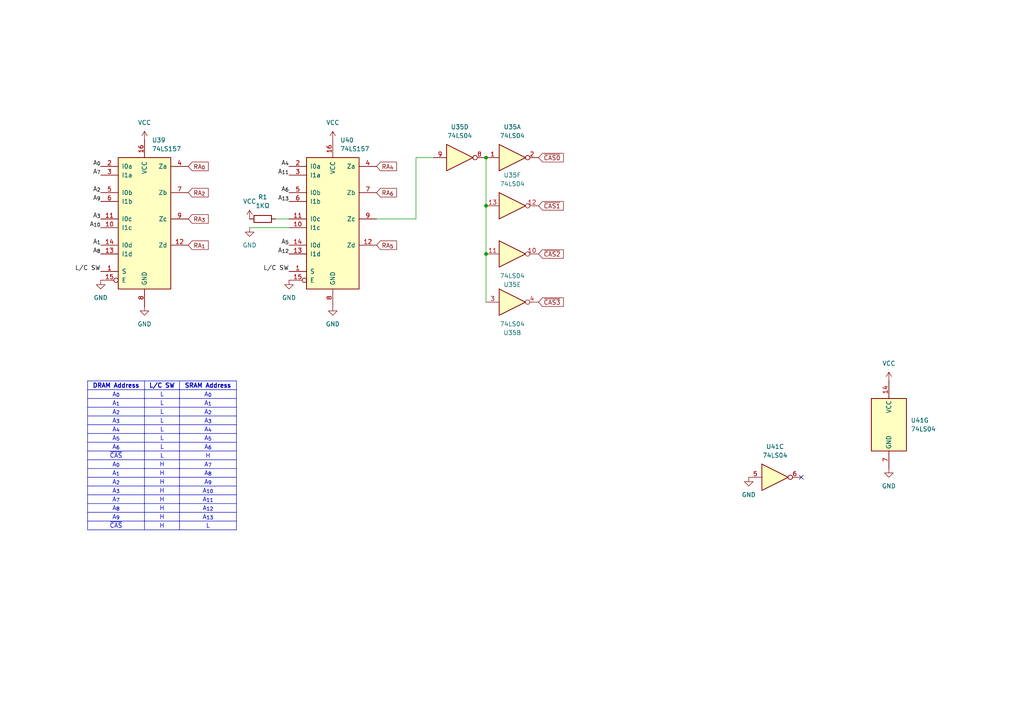
<source format=kicad_sch>
(kicad_sch (version 20250114) (generator "eeschema") (generator_version "9.0")
  (paper "A4")
  (title_block (title "Sharp MZ-80B RAM CAS Logic") (date "9/FEB/2026") (rev "A") (company "Brett Hallen") (comment 4 "Redrawn from Service Manual schematic"))
  (lib_symbols
    (symbol "74xx:74LS04"
      (property "Reference" "U" (at 0 1.27 0))
      (property "Value" "74LS04" (at 0 -1.27 0))
      (symbol "74LS04_1_0"
        (polyline (pts (xy -3.81 3.81) (xy -3.81 -3.81) (xy 3.81 0) (xy -3.81 3.81)) (stroke (width 0.254)) (fill (type background)))
        (pin input line (at -7.62 0 0) (length 3.81) (name "~") (number "1"))
        (pin output inverted (at 7.62 0 180) (length 3.81) (name "~") (number "2"))
      )
      (symbol "74LS04_2_0"
        (polyline (pts (xy -3.81 3.81) (xy -3.81 -3.81) (xy 3.81 0) (xy -3.81 3.81)) (stroke (width 0.254)) (fill (type background)))
        (pin input line (at -7.62 0 0) (length 3.81) (name "~") (number "3"))
        (pin output inverted (at 7.62 0 180) (length 3.81) (name "~") (number "4"))
      )
      (symbol "74LS04_3_0"
        (polyline (pts (xy -3.81 3.81) (xy -3.81 -3.81) (xy 3.81 0) (xy -3.81 3.81)) (stroke (width 0.254)) (fill (type background)))
        (pin input line (at -7.62 0 0) (length 3.81) (name "~") (number "5"))
        (pin output inverted (at 7.62 0 180) (length 3.81) (name "~") (number "6"))
      )
      (symbol "74LS04_4_0"
        (polyline (pts (xy -3.81 3.81) (xy -3.81 -3.81) (xy 3.81 0) (xy -3.81 3.81)) (stroke (width 0.254)) (fill (type background)))
        (pin input line (at -7.62 0 0) (length 3.81) (name "~") (number "9"))
        (pin output inverted (at 7.62 0 180) (length 3.81) (name "~") (number "8"))
      )
      (symbol "74LS04_5_0"
        (polyline (pts (xy -3.81 3.81) (xy -3.81 -3.81) (xy 3.81 0) (xy -3.81 3.81)) (stroke (width 0.254)) (fill (type background)))
        (pin input line (at -7.62 0 0) (length 3.81) (name "~") (number "11"))
        (pin output inverted (at 7.62 0 180) (length 3.81) (name "~") (number "10"))
      )
      (symbol "74LS04_6_0"
        (polyline (pts (xy -3.81 3.81) (xy -3.81 -3.81) (xy 3.81 0) (xy -3.81 3.81)) (stroke (width 0.254)) (fill (type background)))
        (pin input line (at -7.62 0 0) (length 3.81) (name "~") (number "13"))
        (pin output inverted (at 7.62 0 180) (length 3.81) (name "~") (number "12"))
      )
      (symbol "74LS04_7_0"
        (pin power_in line (at 0 12.7 270) (length 5.08) (name "VCC") (number "14"))
        (pin power_in line (at 0 -12.7 90) (length 5.08) (name "GND") (number "7"))
      )
      (symbol "74LS04_7_1"
        (rectangle (start -5.08 7.62) (end 5.08 -7.62) (stroke (width 0.254)) (fill (type background)))
      )
    )
    (symbol "74xx:74LS157" (pin_names (offset 1.016))
      (property "Reference" "U" (at -7.62 19.05 0))
      (property "Value" "74LS157" (at -7.62 -21.59 0))
      (symbol "74LS157_1_0"
        (pin input line (at -12.7 15.24 0) (length 5.08) (name "I0a") (number "2"))
        (pin input line (at -12.7 12.7 0) (length 5.08) (name "I1a") (number "3"))
        (pin input line (at -12.7 7.62 0) (length 5.08) (name "I0b") (number "5"))
        (pin input line (at -12.7 5.08 0) (length 5.08) (name "I1b") (number "6"))
        (pin input line (at -12.7 0 0) (length 5.08) (name "I0c") (number "11"))
        (pin input line (at -12.7 -2.54 0) (length 5.08) (name "I1c") (number "10"))
        (pin input line (at -12.7 -7.62 0) (length 5.08) (name "I0d") (number "14"))
        (pin input line (at -12.7 -10.16 0) (length 5.08) (name "I1d") (number "13"))
        (pin input line (at -12.7 -15.24 0) (length 5.08) (name "S") (number "1"))
        (pin input inverted (at -12.7 -17.78 0) (length 5.08) (name "E") (number "15"))
        (pin power_in line (at 0 22.86 270) (length 5.08) (name "VCC") (number "16"))
        (pin power_in line (at 0 -25.4 90) (length 5.08) (name "GND") (number "8"))
        (pin output line (at 12.7 15.24 180) (length 5.08) (name "Za") (number "4"))
        (pin output line (at 12.7 7.62 180) (length 5.08) (name "Zb") (number "7"))
        (pin output line (at 12.7 0 180) (length 5.08) (name "Zc") (number "9"))
        (pin output line (at 12.7 -7.62 180) (length 5.08) (name "Zd") (number "12"))
      )
      (symbol "74LS157_1_1"
        (rectangle (start -7.62 17.78) (end 7.62 -20.32) (stroke (width 0.254)) (fill (type background)))
      )
    )
    (symbol "Device:R" (pin_numbers (hide yes)) (pin_names (offset 0))
      (property "Reference" "R" (at 2.032 0 90))
      (property "Value" "R" (at 0 0 90))
      (symbol "R_0_1"
        (rectangle (start -1.016 -2.54) (end 1.016 2.54) (stroke (width 0.254)))
      )
      (symbol "R_1_1"
        (pin passive line (at 0 3.81 270) (length 1.27) (name "~") (number "1"))
        (pin passive line (at 0 -3.81 90) (length 1.27) (name "~") (number "2"))
      )
    )
    (symbol "power:GND" (power) (pin_numbers (hide yes)) (pin_names (offset 0) (hide yes))
      (property "Value" "GND" (at 0 -3.81 0))
      (symbol "GND_0_1"
        (polyline (pts (xy 0 0) (xy 0 -1.27) (xy 1.27 -1.27) (xy 0 -2.54) (xy -1.27 -1.27) (xy 0 -1.27)))
      )
      (symbol "GND_1_1"
        (pin power_in line (at 0 0 270) (length 0) (name "~") (number "1"))
      )
    )
    (symbol "power:VCC" (power) (pin_numbers (hide yes)) (pin_names (offset 0) (hide yes))
      (property "Value" "VCC" (at 0 3.556 0))
      (symbol "VCC_0_1"
        (polyline (pts (xy -0.762 1.27) (xy 0 2.54)))
        (polyline (pts (xy 0 2.54) (xy 0.762 1.27)))
        (polyline (pts (xy 0 0) (xy 0 2.54)))
      )
      (symbol "VCC_1_1"
        (pin power_in line (at 0 0 90) (length 0) (name "~") (number "1"))
      )
    )
  )
  (junction (at 140.97 73.66))
  (junction (at 140.97 45.72))
  (junction (at 140.97 59.69))
  (no_connect (at 232.41 138.43))
  (wire (pts (xy 140.97 45.72) (xy 140.97 59.69)))
  (wire (pts (xy 72.39 66.04) (xy 83.82 66.04)))
  (wire (pts (xy 120.65 45.72) (xy 125.73 45.72)))
  (wire (pts (xy 109.22 63.5) (xy 120.65 63.5)))
  (wire (pts (xy 80.01 63.5) (xy 83.82 63.5)))
  (wire (pts (xy 120.65 63.5) (xy 120.65 45.72)))
  (wire (pts (xy 140.97 73.66) (xy 140.97 87.63)))
  (wire (pts (xy 140.97 59.69) (xy 140.97 73.66)))
  (table (column_count 3) (border (external yes) (header yes)) (separators (rows yes) (cols yes)) (column_widths 16.51 10.16 16.51) (row_heights 2.54 2.54 2.54 2.54 2.54 2.54 2.54 2.54 2.54 2.54 2.54 2.54 2.54 2.54 2.54 2.54 2.54) (cells (table_cell "DRAM Address" (at 25.4 110.49 0) (size 16.51 2.54) (margins 0.9525 0.9525 0.9525 0.9525) (span 1 1)) (table_cell "L/C SW" (at 41.91 110.49 0) (size 10.16 2.54) (margins 0.9525 0.9525 0.9525 0.9525) (span 1 1)) (table_cell "SRAM Address" (at 52.07 110.49 0) (size 16.51 2.54) (margins 0.9525 0.9525 0.9525 0.9525) (span 1 1)) (table_cell "A_{0}" (at 25.4 113.03 0) (size 16.51 2.54) (margins 0.9525 0.9525 0.9525 0.9525) (span 1 1)) (table_cell "L" (at 41.91 113.03 0) (size 10.16 2.54) (margins 0.9525 0.9525 0.9525 0.9525) (span 1 1)) (table_cell "A_{0}" (at 52.07 113.03 0) (size 16.51 2.54) (margins 0.9525 0.9525 0.9525 0.9525) (span 1 1)) (table_cell "A_{1}" (at 25.4 115.57 0) (size 16.51 2.54) (margins 0.9525 0.9525 0.9525 0.9525) (span 1 1)) (table_cell "L" (at 41.91 115.57 0) (size 10.16 2.54) (margins 0.9525 0.9525 0.9525 0.9525) (span 1 1)) (table_cell "A_{1}" (at 52.07 115.57 0) (size 16.51 2.54) (margins 0.9525 0.9525 0.9525 0.9525) (span 1 1)) (table_cell "A_{2}" (at 25.4 118.11 0) (size 16.51 2.54) (margins 0.9525 0.9525 0.9525 0.9525) (span 1 1)) (table_cell "L" (at 41.91 118.11 0) (size 10.16 2.54) (margins 0.9525 0.9525 0.9525 0.9525) (span 1 1)) (table_cell "A_{2}" (at 52.07 118.11 0) (size 16.51 2.54) (margins 0.9525 0.9525 0.9525 0.9525) (span 1 1)) (table_cell "A_{3}" (at 25.4 120.65 0) (size 16.51 2.54) (margins 0.9525 0.9525 0.9525 0.9525) (span 1 1)) (table_cell "L" (at 41.91 120.65 0) (size 10.16 2.54) (margins 0.9525 0.9525 0.9525 0.9525) (span 1 1)) (table_cell "A_{3}" (at 52.07 120.65 0) (size 16.51 2.54) (margins 0.9525 0.9525 0.9525 0.9525) (span 1 1)) (table_cell "A_{4}" (at 25.4 123.19 0) (size 16.51 2.54) (margins 0.9525 0.9525 0.9525 0.9525) (span 1 1)) (table_cell "L" (at 41.91 123.19 0) (size 10.16 2.54) (margins 0.9525 0.9525 0.9525 0.9525) (span 1 1)) (table_cell "A_{4}" (at 52.07 123.19 0) (size 16.51 2.54) (margins 0.9525 0.9525 0.9525 0.9525) (span 1 1)) (table_cell "A_{5}" (at 25.4 125.73 0) (size 16.51 2.54) (margins 0.9525 0.9525 0.9525 0.9525) (span 1 1)) (table_cell "L" (at 41.91 125.73 0) (size 10.16 2.54) (margins 0.9525 0.9525 0.9525 0.9525) (span 1 1)) (table_cell "A_{5}" (at 52.07 125.73 0) (size 16.51 2.54) (margins 0.9525 0.9525 0.9525 0.9525) (span 1 1)) (table_cell "A_{6}" (at 25.4 128.27 0) (size 16.51 2.54) (margins 0.9525 0.9525 0.9525 0.9525) (span 1 1)) (table_cell "L" (at 41.91 128.27 0) (size 10.16 2.54) (margins 0.9525 0.9525 0.9525 0.9525) (span 1 1)) (table_cell "A_{6}" (at 52.07 128.27 0) (size 16.51 2.54) (margins 0.9525 0.9525 0.9525 0.9525) (span 1 1)) (table_cell "~{CAS}" (at 25.4 130.81 0) (size 16.51 2.54) (margins 0.9525 0.9525 0.9525 0.9525) (span 1 1)) (table_cell "L" (at 41.91 130.81 0) (size 10.16 2.54) (margins 0.9525 0.9525 0.9525 0.9525) (span 1 1)) (table_cell "H" (at 52.07 130.81 0) (size 16.51 2.54) (margins 0.9525 0.9525 0.9525 0.9525) (span 1 1)) (table_cell "A_{0}" (at 25.4 133.35 0) (size 16.51 2.54) (margins 0.9525 0.9525 0.9525 0.9525) (span 1 1)) (table_cell "H" (at 41.91 133.35 0) (size 10.16 2.54) (margins 0.9525 0.9525 0.9525 0.9525) (span 1 1)) (table_cell "A_{7}" (at 52.07 133.35 0) (size 16.51 2.54) (margins 0.9525 0.9525 0.9525 0.9525) (span 1 1)) (table_cell "A_{1}" (at 25.4 135.89 0) (size 16.51 2.54) (margins 0.9525 0.9525 0.9525 0.9525) (span 1 1)) (table_cell "H" (at 41.91 135.89 0) (size 10.16 2.54) (margins 0.9525 0.9525 0.9525 0.9525) (span 1 1)) (table_cell "A_{8}" (at 52.07 135.89 0) (size 16.51 2.54) (margins 0.9525 0.9525 0.9525 0.9525) (span 1 1)) (table_cell "A_{2}" (at 25.4 138.43 0) (size 16.51 2.54) (margins 0.9525 0.9525 0.9525 0.9525) (span 1 1)) (table_cell "H" (at 41.91 138.43 0) (size 10.16 2.54) (margins 0.9525 0.9525 0.9525 0.9525) (span 1 1)) (table_cell "A_{9}" (at 52.07 138.43 0) (size 16.51 2.54) (margins 0.9525 0.9525 0.9525 0.9525) (span 1 1)) (table_cell "A_{3}" (at 25.4 140.97 0) (size 16.51 2.54) (margins 0.9525 0.9525 0.9525 0.9525) (span 1 1)) (table_cell "H" (at 41.91 140.97 0) (size 10.16 2.54) (margins 0.9525 0.9525 0.9525 0.9525) (span 1 1)) (table_cell "A_{10}" (at 52.07 140.97 0) (size 16.51 2.54) (margins 0.9525 0.9525 0.9525 0.9525) (span 1 1)) (table_cell "A_{7}" (at 25.4 143.51 0) (size 16.51 2.54) (margins 0.9525 0.9525 0.9525 0.9525) (span 1 1)) (table_cell "H" (at 41.91 143.51 0) (size 10.16 2.54) (margins 0.9525 0.9525 0.9525 0.9525) (span 1 1)) (table_cell "A_{11}" (at 52.07 143.51 0) (size 16.51 2.54) (margins 0.9525 0.9525 0.9525 0.9525) (span 1 1)) (table_cell "A_{8}" (at 25.4 146.05 0) (size 16.51 2.54) (margins 0.9525 0.9525 0.9525 0.9525) (span 1 1)) (table_cell "H" (at 41.91 146.05 0) (size 10.16 2.54) (margins 0.9525 0.9525 0.9525 0.9525) (span 1 1)) (table_cell "A_{12}" (at 52.07 146.05 0) (size 16.51 2.54) (margins 0.9525 0.9525 0.9525 0.9525) (span 1 1)) (table_cell "A_{9}" (at 25.4 148.59 0) (size 16.51 2.54) (margins 0.9525 0.9525 0.9525 0.9525) (span 1 1)) (table_cell "H" (at 41.91 148.59 0) (size 10.16 2.54) (margins 0.9525 0.9525 0.9525 0.9525) (span 1 1)) (table_cell "A_{13}" (at 52.07 148.59 0) (size 16.51 2.54) (margins 0.9525 0.9525 0.9525 0.9525) (span 1 1)) (table_cell "~{CAS}" (at 25.4 151.13 0) (size 16.51 2.54) (margins 0.9525 0.9525 0.9525 0.9525) (span 1 1)) (table_cell "H" (at 41.91 151.13 0) (size 10.16 2.54) (margins 0.9525 0.9525 0.9525 0.9525) (span 1 1)) (table_cell "L" (at 52.07 151.13 0) (size 16.51 2.54) (margins 0.9525 0.9525 0.9525 0.9525) (span 1 1))))
  (label "A_{4}" (at 83.82 48.26 180))
  (label "A_{12}" (at 83.82 73.66 180))
  (label "A_{11}" (at 83.82 50.8 180))
  (label "A_{3}" (at 29.21 63.5 180))
  (label "L{slash}C SW" (at 29.21 78.74 180))
  (label "A_{1}" (at 29.21 71.12 180))
  (label "A_{7}" (at 29.21 50.8 180))
  (label "L{slash}C SW" (at 83.82 78.74 180))
  (label "A_{5}" (at 83.82 71.12 180))
  (label "A_{2}" (at 29.21 55.88 180))
  (label "A_{13}" (at 83.82 58.42 180))
  (label "A_{10}" (at 29.21 66.04 180))
  (label "A_{8}" (at 29.21 73.66 180))
  (label "A_{0}" (at 29.21 48.26 180))
  (label "A_{6}" (at 83.82 55.88 180))
  (label "A_{9}" (at 29.21 58.42 180))
  (global_label "RA_{4}" (shape input) (at 109.22 48.26 0) (property "Intersheetrefs" "${INTERSHEET_REFS}" (effects (hide yes))))
  (global_label "RA_{5}" (shape input) (at 109.22 71.12 0) (property "Intersheetrefs" "${INTERSHEET_REFS}" (effects (hide yes))))
  (global_label "~{CAS1}" (shape input) (at 156.21 59.69 0) (property "Intersheetrefs" "${INTERSHEET_REFS}" (effects (hide yes))))
  (global_label "RA_{3}" (shape input) (at 54.61 63.5 0) (property "Intersheetrefs" "${INTERSHEET_REFS}" (effects (hide yes))))
  (global_label "RA_{0}" (shape input) (at 54.61 48.26 0) (property "Intersheetrefs" "${INTERSHEET_REFS}" (effects (hide yes))))
  (global_label "~{CAS3}" (shape input) (at 156.21 87.63 0) (property "Intersheetrefs" "${INTERSHEET_REFS}" (effects (hide yes))))
  (global_label "RA_{6}" (shape input) (at 109.22 55.88 0) (property "Intersheetrefs" "${INTERSHEET_REFS}" (effects (hide yes))))
  (global_label "~{CAS2}" (shape input) (at 156.21 73.66 0) (property "Intersheetrefs" "${INTERSHEET_REFS}" (effects (hide yes))))
  (global_label "RA_{2}" (shape input) (at 54.61 55.88 0) (property "Intersheetrefs" "${INTERSHEET_REFS}" (effects (hide yes))))
  (global_label "~{CAS0}" (shape input) (at 156.21 45.72 0) (property "Intersheetrefs" "${INTERSHEET_REFS}" (effects (hide yes))))
  (global_label "RA_{1}" (shape input) (at 54.61 71.12 0) (property "Intersheetrefs" "${INTERSHEET_REFS}" (effects (hide yes))))
  (symbol (lib_id "power:VCC") (at 96.52 40.64 0) (unit 1)
    (property "Reference" "#PWR084" (effects (hide yes)))
    (property "Value" "VCC" (at 96.52 35.56 0))
    (property "Description" "Power symbol creates a global label with name \"VCC\"" (effects (hide yes)))
  )
  (symbol (lib_id "Device:R") (at 76.2 63.5 90) (unit 1) (on_board no)
    (property "Reference" "R1" (at 76.2 57.15 90))
    (property "Value" "1KΩ" (at 76.2 59.69 90))
    (property "Description" "Resistor" (effects (hide yes)))
  )
  (symbol (lib_id "74xx:74LS04") (at 133.35 45.72 0) (unit 4) (on_board no)
    (property "Reference" "U35" (at 133.35 36.83 0))
    (property "Value" "74LS04" (at 133.35 39.37 0))
    (property "Datasheet" "http://www.ti.com/lit/gpn/sn74LS04" (effects (hide yes)))
    (property "Description" "Hex Inverter" (effects (hide yes)))
  )
  (symbol (lib_id "74xx:74LS04") (at 257.81 123.19 0) (unit 7) (on_board no)
    (property "Reference" "U41" (at 264.16 121.9199 0) (effects (justify left)))
    (property "Value" "74LS04" (at 264.16 124.4599 0) (effects (justify left)))
    (property "Datasheet" "http://www.ti.com/lit/gpn/sn74LS04" (effects (hide yes)))
    (property "Description" "Hex Inverter" (effects (hide yes)))
  )
  (symbol (lib_id "power:GND") (at 217.17 138.43 0) (unit 1)
    (property "Reference" "#PWR090" (effects (hide yes)))
    (property "Value" "GND" (at 217.17 143.51 0))
    (property "Description" "Power symbol creates a global label with name \"GND\" , ground" (effects (hide yes)))
  )
  (symbol (lib_id "power:GND") (at 29.21 81.28 0) (unit 1)
    (property "Reference" "#PWR03" (effects (hide yes)))
    (property "Value" "GND" (at 29.21 86.36 0))
    (property "Description" "Power symbol creates a global label with name \"GND\" , ground" (effects (hide yes)))
  )
  (symbol (lib_id "74xx:74LS04") (at 148.59 73.66 0) (unit 5) (on_board no)
    (property "Reference" "U35" (at 148.59 82.55 0))
    (property "Value" "74LS04" (at 148.59 80.01 0))
    (property "Datasheet" "http://www.ti.com/lit/gpn/sn74LS04" (effects (hide yes)))
    (property "Description" "Hex Inverter" (effects (hide yes)))
  )
  (symbol (lib_id "power:GND") (at 72.39 66.04 0) (unit 1)
    (property "Reference" "#PWR079" (effects (hide yes)))
    (property "Value" "GND" (at 72.39 71.12 0))
    (property "Description" "Power symbol creates a global label with name \"GND\" , ground" (effects (hide yes)))
  )
  (symbol (lib_id "74xx:74LS157") (at 96.52 63.5 0) (unit 1) (on_board no)
    (property "Reference" "U40" (at 98.6633 40.64 0) (effects (justify left)))
    (property "Value" "74LS157" (at 98.6633 43.18 0) (effects (justify left)))
    (property "Datasheet" "http://www.ti.com/lit/gpn/sn74LS157" (effects (hide yes)))
    (property "Description" "Quad 2 to 1 line Multiplexer" (effects (hide yes)))
  )
  (symbol (lib_id "power:GND") (at 257.81 135.89 0) (unit 1)
    (property "Reference" "#PWR085" (effects (hide yes)))
    (property "Value" "GND" (at 257.81 140.97 0))
    (property "Description" "Power symbol creates a global label with name \"GND\" , ground" (effects (hide yes)))
  )
  (symbol (lib_id "power:GND") (at 83.82 81.28 0) (unit 1)
    (property "Reference" "#PWR077" (effects (hide yes)))
    (property "Value" "GND" (at 83.82 86.36 0))
    (property "Description" "Power symbol creates a global label with name \"GND\" , ground" (effects (hide yes)))
  )
  (symbol (lib_id "power:GND") (at 96.52 88.9 0) (unit 1)
    (property "Reference" "#PWR078" (effects (hide yes)))
    (property "Value" "GND" (at 96.52 93.98 0))
    (property "Description" "Power symbol creates a global label with name \"GND\" , ground" (effects (hide yes)))
  )
  (symbol (lib_id "74xx:74LS04") (at 148.59 87.63 0) (unit 2) (on_board no)
    (property "Reference" "U35" (at 148.59 96.52 0))
    (property "Value" "74LS04" (at 148.59 93.98 0))
    (property "Datasheet" "http://www.ti.com/lit/gpn/sn74LS04" (effects (hide yes)))
    (property "Description" "Hex Inverter" (effects (hide yes)))
  )
  (symbol (lib_id "power:VCC") (at 72.39 63.5 0) (unit 1)
    (property "Reference" "#PWR076" (effects (hide yes)))
    (property "Value" "VCC" (at 72.39 58.42 0))
    (property "Description" "Power symbol creates a global label with name \"VCC\"" (effects (hide yes)))
  )
  (symbol (lib_id "power:VCC") (at 41.91 40.64 0) (unit 1)
    (property "Reference" "#PWR073" (effects (hide yes)))
    (property "Value" "VCC" (at 41.91 35.56 0))
    (property "Description" "Power symbol creates a global label with name \"VCC\"" (effects (hide yes)))
  )
  (symbol (lib_id "74xx:74LS157") (at 41.91 63.5 0) (unit 1) (on_board no)
    (property "Reference" "U39" (at 44.0533 40.64 0) (effects (justify left)))
    (property "Value" "74LS157" (at 44.0533 43.18 0) (effects (justify left)))
    (property "Datasheet" "http://www.ti.com/lit/gpn/sn74LS157" (effects (hide yes)))
    (property "Description" "Quad 2 to 1 line Multiplexer" (effects (hide yes)))
  )
  (symbol (lib_id "74xx:74LS04") (at 224.79 138.43 0) (unit 3) (on_board no)
    (property "Reference" "U41" (at 224.79 129.54 0))
    (property "Value" "74LS04" (at 224.79 132.08 0))
    (property "Datasheet" "http://www.ti.com/lit/gpn/sn74LS04" (effects (hide yes)))
    (property "Description" "Hex Inverter" (effects (hide yes)))
  )
  (symbol (lib_id "power:VCC") (at 257.81 110.49 0) (unit 1)
    (property "Reference" "#PWR086" (effects (hide yes)))
    (property "Value" "VCC" (at 257.81 105.41 0))
    (property "Description" "Power symbol creates a global label with name \"VCC\"" (effects (hide yes)))
  )
  (symbol (lib_id "power:GND") (at 41.91 88.9 0) (unit 1)
    (property "Reference" "#PWR04" (effects (hide yes)))
    (property "Value" "GND" (at 41.91 93.98 0))
    (property "Description" "Power symbol creates a global label with name \"GND\" , ground" (effects (hide yes)))
  )
  (symbol (lib_id "74xx:74LS04") (at 148.59 45.72 0) (unit 1) (on_board no)
    (property "Reference" "U35" (at 148.59 36.83 0))
    (property "Value" "74LS04" (at 148.59 39.37 0))
    (property "Datasheet" "http://www.ti.com/lit/gpn/sn74LS04" (effects (hide yes)))
    (property "Description" "Hex Inverter" (effects (hide yes)))
  )
  (symbol (lib_id "74xx:74LS04") (at 148.59 59.69 0) (unit 6) (on_board no)
    (property "Reference" "U35" (at 148.59 50.8 0))
    (property "Value" "74LS04" (at 148.59 53.34 0))
    (property "Datasheet" "http://www.ti.com/lit/gpn/sn74LS04" (effects (hide yes)))
    (property "Description" "Hex Inverter" (effects (hide yes)))
  )
)
</source>
